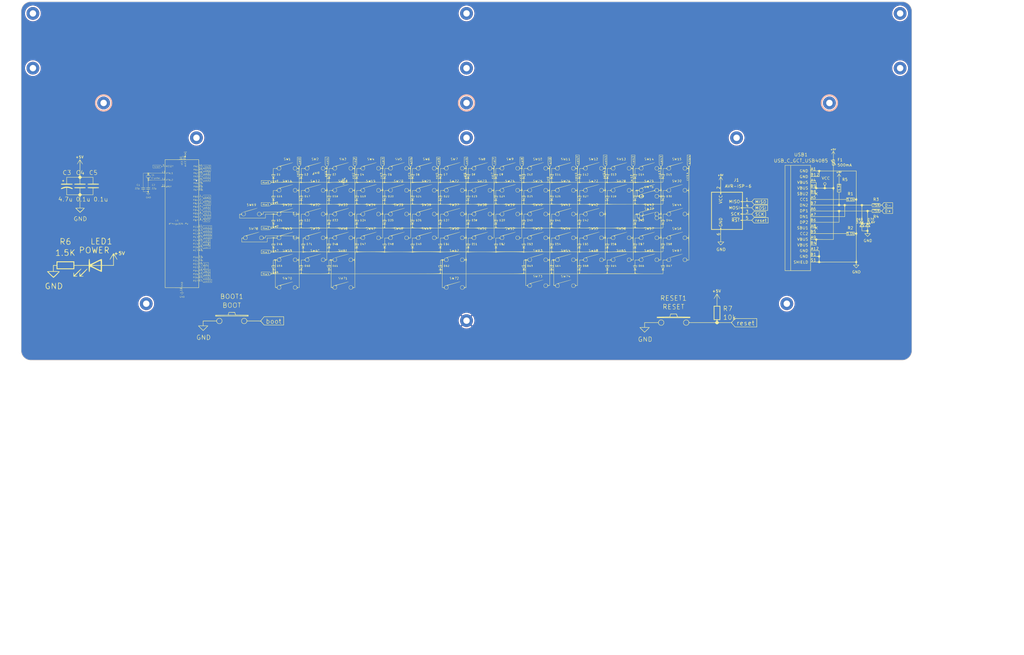
<source format=kicad_pcb>
(kicad_pcb (version 20240108) (generator "pcbnew") (generator_version "8.0")
  (layers (0 "F.Cu" signal) (31 "B.Cu" signal) (34 "B.Paste" user) (35 "F.Paste" user) (36 "B.SilkS" user "B.Silkscreen") (37 "F.SilkS" user "F.Silkscreen") (38 "B.Mask" user) (39 "F.Mask" user) (44 "Edge.Cuts" user))
  (net 0 "")
  (net 1 "GND")
  (footprint "MountingHole:MountingHole_2.2mm_M2_Pad" (layer "F.Cu") (at 57.766382 80.44475)
    (property "Reference" "REF**")
    (property "Value" "MountingHole_2.2mm_M2_Pad")
    (pad "1" thru_hole circle (at 0 0) (size 4.4 4.4) (drill 2.2) (layers "*.Cu" "*.Mask"))
  )
  (footprint "MountingHole:MountingHole_2.2mm_M2_Pad" (layer "F.Cu") (at 57.766382 61.69475)
    (property "Reference" "REF**")
    (property "Value" "MountingHole_2.2mm_M2_Pad")
    (pad "1" thru_hole circle (at 0 0) (size 4.4 4.4) (drill 2.2) (layers "*.Cu" "*.Mask"))
  )
  (footprint "MountingHole:MountingHole_2.2mm_M2_Pad" (layer "F.Cu") (at 354.660309 61.69475)
    (property "Reference" "REF**")
    (property "Value" "MountingHole_2.2mm_M2_Pad")
    (pad "1" thru_hole circle (at 0 0) (size 4.4 4.4) (drill 2.2) (layers "*.Cu" "*.Mask"))
  )
  (footprint "MountingHole:MountingHole_2.2mm_M2_Pad" (layer "F.Cu") (at 354.660309 80.44475)
    (property "Reference" "REF**")
    (property "Value" "MountingHole_2.2mm_M2_Pad")
    (pad "1" thru_hole circle (at 0 0) (size 4.4 4.4) (drill 2.2) (layers "*.Cu" "*.Mask"))
  )
  (footprint "MountingHole:MountingHole_2.2mm_M2_Pad" (layer "F.Cu") (at 96.565888 161.14696)
    (property "Reference" "REF**")
    (property "Value" "MountingHole_2.2mm_M2_Pad")
    (pad "1" thru_hole circle (at 0 0) (size 4.4 4.4) (drill 2.2) (layers "*.Cu" "*.Mask"))
  )
  (footprint "MountingHole:MountingHole_2.2mm_M2_Pad" (layer "F.Cu") (at 315.860803 161.14696)
    (property "Reference" "REF**")
    (property "Value" "MountingHole_2.2mm_M2_Pad")
    (pad "1" thru_hole circle (at 0 0) (size 4.4 4.4) (drill 2.2) (layers "*.Cu" "*.Mask"))
  )
  (footprint "MountingHole:MountingHole_2.2mm_M2_Pad" (layer "F.Cu") (at 113.754723 104.302994)
    (property "Reference" "REF**")
    (property "Value" "MountingHole_2.2mm_M2_Pad")
    (pad "1" thru_hole circle (at 0 0) (size 4.4 4.4) (drill 2.2) (layers "*.Cu" "*.Mask"))
  )
  (footprint "MountingHole:MountingHole_2.2mm_M2_Pad" (layer "F.Cu") (at 298.671968 104.302994)
    (property "Reference" "REF**")
    (property "Value" "MountingHole_2.2mm_M2_Pad")
    (pad "1" thru_hole circle (at 0 0) (size 4.4 4.4) (drill 2.2) (layers "*.Cu" "*.Mask"))
  )
  (footprint "MountingHole:MountingHole_2.2mm_M2_Pad" (layer "F.Cu") (at 206.213345 104.302994)
    (property "Reference" "REF**")
    (property "Value" "MountingHole_2.2mm_M2_Pad")
    (pad "1" thru_hole circle (at 0 0) (size 4.4 4.4) (drill 2.2) (layers "*.Cu" "*.Mask"))
  )
  (footprint "MountingHole:MountingHole_2.2mm_M2_Pad" (layer "F.Cu") (at 206.213345 80.44475)
    (property "Reference" "REF**")
    (property "Value" "MountingHole_2.2mm_M2_Pad")
    (pad "1" thru_hole circle (at 0 0) (size 4.4 4.4) (drill 2.2) (layers "*.Cu" "*.Mask"))
  )
  (footprint "MountingHole:MountingHole_2.2mm_M2_Pad" (layer "F.Cu") (at 206.213345 61.69475)
    (property "Reference" "REF**")
    (property "Value" "MountingHole_2.2mm_M2_Pad")
    (pad "1" thru_hole circle (at 0 0) (size 4.4 4.4) (drill 2.2) (layers "*.Cu" "*.Mask"))
  )
  (footprint "MountingHole:MountingHole_2.2mm_M2_Pad" (layer "F.Cu") (at 206.213345 166.95811)
    (property "Reference" "H1")
    (property "Value" "MountingHole_Pad")
    (pad "1" thru_hole circle (at 0 0) (size 4.4 4.4) (drill 2.2) (layers "*.Cu" "*.Mask") (net 1 "GND"))
  )
  (footprint "MountingHole:MountingHole_2.2mm_M2_Pad" (layer "F.Cu") (at 330.453369 92.373872)
    (property "Reference" "REF**")
    (property "Value" "MountingHole_2.2mm_M2_Pad")
    (pad "1" thru_hole circle (at 0 0) (size 4.4 4.4) (drill 2.2) (layers "*.Cu" "*.Mask"))
  )
  (footprint "MountingHole:MountingHole_2.2mm_M2_Pad" (layer "F.Cu") (at 81.973322 92.373872)
    (property "Reference" "REF**")
    (property "Value" "MountingHole_2.2mm_M2_Pad")
    (pad "1" thru_hole circle (at 0 0) (size 4.4 4.4) (drill 2.2) (layers "*.Cu" "*.Mask"))
  )
  (footprint "MountingHole:MountingHole_2.2mm_M2_Pad" (layer "F.Cu") (at 206.213345 92.373872)
    (property "Reference" "REF**")
    (property "Value" "MountingHole_2.2mm_M2_Pad")
    (pad "1" thru_hole circle (at 0 0) (size 4.4 4.4) (drill 2.2) (layers "*.Cu" "*.Mask"))
  )
  (footprint "Custom_Art:discipline_boot_pinout" (layer "F.Cu") (at 128.27 165.862)
    (property "Reference" "G***" (hide yes))
    (property "Value" "LOGO" (hide yes))
  )
  (footprint "Custom_Art:discipline_MCU_pinout" (layer "F.Cu") (at 106.172 134.112)
    (property "Reference" "G***" (hide yes))
    (property "Value" "LOGO" (hide yes))
  )
  (footprint "Custom_Art:discipline_power_LED_pinout" (layer "F.Cu") (at 75.438 147.828)
    (property "Reference" "G***" (hide yes))
    (property "Value" "LOGO" (hide yes))
  )
  (footprint "Custom_Art:discipline_USB_pinout" (layer "F.Cu") (at 331.978 129.54)
    (property "Reference" "G***" (hide yes))
    (property "Value" "LOGO" (hide yes))
  )
  (footprint "Custom_Art:discipline_switch_pinout" (layer "F.Cu") (at 205.74 133.35)
    (property "Reference" "G***" (hide yes))
    (property "Value" "LOGO" (hide yes))
  )
  (footprint "Custom_Art:discipline_reset_pinout" (layer "F.Cu") (at 284.988 165.1)
    (property "Reference" "G***" (hide yes))
    (property "Value" "LOGO" (hide yes))
  )
  (footprint "Custom_Art:discipline_ISP_pinout" (layer "F.Cu") (at 299.466 130.048)
    (property "Reference" "G***" (hide yes))
    (property "Value" "LOGO" (hide yes))
  )
  (footprint "Custom_Art:discipline_power_pinout" (layer "F.Cu") (at 74.676 121.92)
    (property "Reference" "G***" (hide yes))
    (property "Value" "LOGO" (hide yes))
  )
  (gr_circle (center 330.453369 92.373872) (end 333.173957 92.373872) (stroke (width 0.5)) (fill none) (layer "B.SilkS"))
  (gr_circle (center 81.973322 92.373872) (end 84.69391 92.373872) (stroke (width 0.5)) (fill none) (layer "B.SilkS"))
  (gr_circle (center 206.213345 92.373872) (end 208.933933 92.373872) (stroke (width 0.5)) (fill none) (layer "B.SilkS"))
  (gr_arc (start 57.076441 180.502218) (mid 54.737118 179.535724) (end 53.766382 177.198159) (stroke (width 0.15)) (layer "Edge.Cuts"))
  (gr_arc (start 358.660309 177.19516) (mid 357.691694 179.533604) (end 355.35325 180.502219) (stroke (width 0.15)) (layer "Edge.Cuts"))
  (gr_arc (start 355.35325 57.69475) (mid 357.691694 58.663365) (end 358.660309 61.001809) (stroke (width 0.15)) (layer "Edge.Cuts"))
  (gr_line (start 53.766382 177.198159) (end 53.766382 61.001809) (stroke (width 0.15)) (layer "Edge.Cuts"))
  (gr_line (start 57.073441 57.69475) (end 355.35325 57.69475) (stroke (width 0.15)) (layer "Edge.Cuts"))
  (gr_line (start 355.35325 180.502219) (end 57.076441 180.502219) (stroke (width 0.15)) (layer "Edge.Cuts"))
  (gr_arc (start 53.766382 61.001809) (mid 54.734997 58.663365) (end 57.073441 57.69475) (stroke (width 0.15)) (layer "Edge.Cuts"))
  (gr_line (start 358.660309 61.001809) (end 358.660309 177.19516) (stroke (width 0.15)) (layer "Edge.Cuts"))
  (via (at 113.7539 119.0244) (size 0.8) (drill 0.4) (layers "F.Cu" "B.Cu") (net 1))
  (zone (net 1) (net_name "GND") (layer "F.Cu") (connect_pads (clearance 0.508)) (min_thickness 0.254) (fill yes (thermal_gap 0.508) (thermal_bridge_width 0.508))
    (polygon (pts (xy 359.1687 57.2008) (xy 359.0417 181.0639) (xy 53.2892 181.1655) (xy 53.2511 57.1373) (xy 53.2511 57.1119)))
  )
  (zone (net 1) (net_name "GND") (layer "B.Cu") (connect_pads (clearance 0.508)) (min_thickness 0.254) (fill yes (thermal_gap 0.508) (thermal_bridge_width 0.508))
    (polygon (pts (xy 359.1306 57.1881) (xy 359.0036 181.0512) (xy 53.2511 181.1528) (xy 53.213 57.1246) (xy 53.213 57.0992)))
  )
)
</source>
